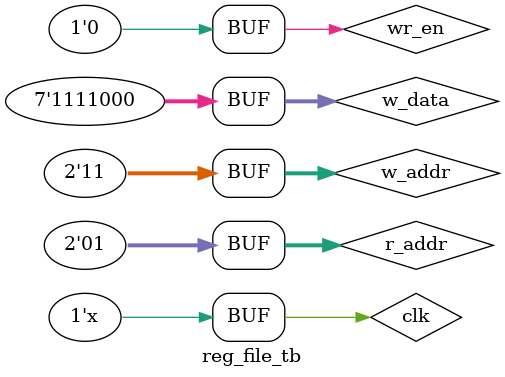
<source format=sv>


`timescale 1ns / 1ps

module reg_file_tb;

reg clk, wr_en;
reg [1:0] w_addr, r_addr;
reg [7-1:0] w_data;
wire [7-1:0] r_data;

reg_file uut (
    .clk(clk),
    .wr_en(wr_en),
    .w_addr(w_addr),
    .r_addr(r_addr),
    .w_data(w_data),
    .r_data(r_data)
);

always #5 clk = ~clk;

initial begin
    clk = 0;
    wr_en = 1;
    w_addr = 0;
    w_data = 100;
    #20
    w_addr = 1;
    w_data = 101;
    #20 w_addr = 2;
    w_data = 110;
    #20
    w_addr = 3;
    w_data = 120;
    wr_en = 0;
    #20
    r_addr = 2;
    #20
    r_addr = 1;
end

endmodule
</source>
